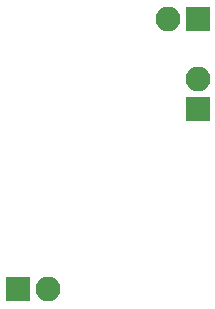
<source format=gbs>
G04 #@! TF.FileFunction,Soldermask,Bot*
%FSLAX46Y46*%
G04 Gerber Fmt 4.6, Leading zero omitted, Abs format (unit mm)*
G04 Created by KiCad (PCBNEW 4.0.7) date Fri Jul 20 16:26:56 2018*
%MOMM*%
%LPD*%
G01*
G04 APERTURE LIST*
%ADD10C,0.100000*%
%ADD11R,2.100000X2.100000*%
%ADD12O,2.100000X2.100000*%
G04 APERTURE END LIST*
D10*
D11*
X242570000Y-111760000D03*
D12*
X242570000Y-109220000D03*
D11*
X227330000Y-127000000D03*
D12*
X229870000Y-127000000D03*
D11*
X242570000Y-104140000D03*
D12*
X240030000Y-104140000D03*
M02*

</source>
